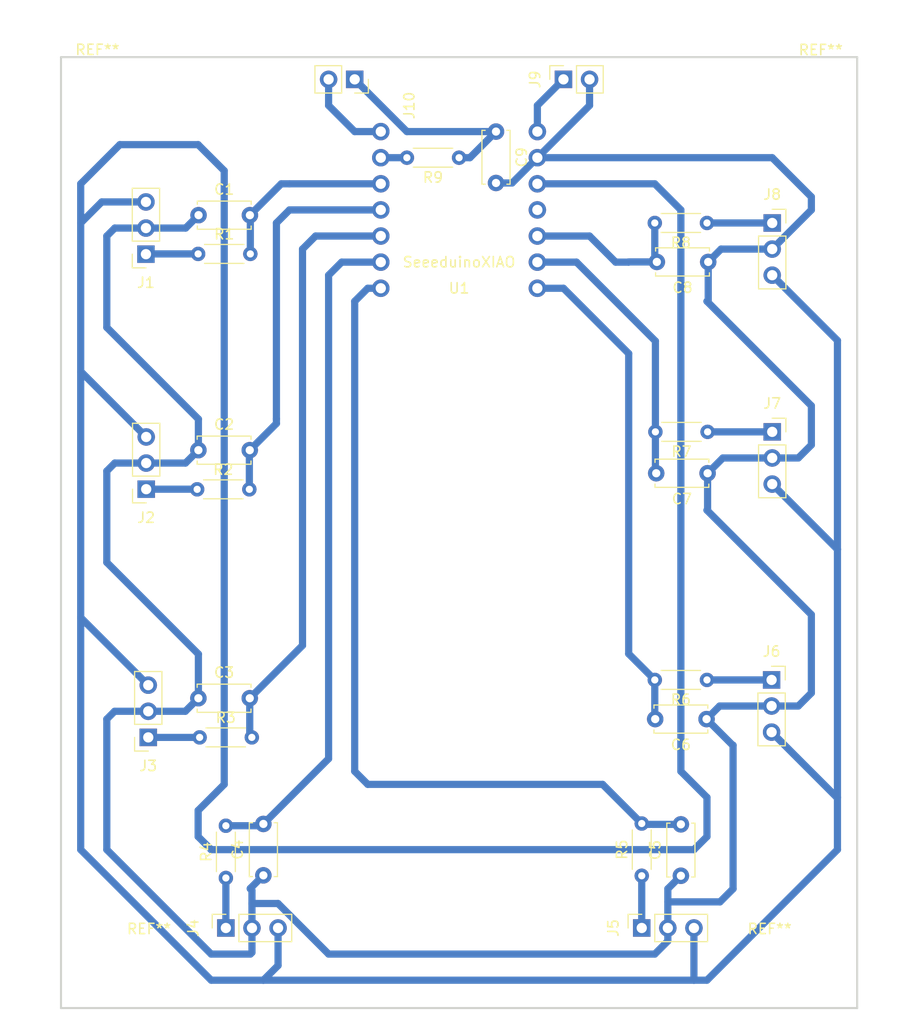
<source format=kicad_pcb>
(kicad_pcb (version 20211014) (generator pcbnew)
  (layers (0 "F.Cu" signal) (31 "B.Cu" signal) (34 "B.Paste" user) (35 "F.Paste" user) (36 "B.SilkS" user "B.Silkscreen") (37 "F.SilkS" user "F.Silkscreen") (38 "B.Mask" user) (39 "F.Mask" user) (44 "Edge.Cuts" user))
  (net 0 "")
  (net 1 "GND")
  (net 2 "IR1")
  (net 3 "IR2")
  (net 4 "IR3")
  (net 5 "IR4")
  (net 6 "IR5")
  (net 7 "IR6")
  (net 8 "IR7")
  (net 9 "IR8")
  (net 10 "OUT2")
  (net 11 "Net-(J1-Pad1)")
  (net 12 "+3.3V")
  (net 13 "Net-(J2-Pad1)")
  (net 14 "Net-(J3-Pad1)")
  (net 15 "Net-(J4-Pad1)")
  (net 16 "Net-(J5-Pad1)")
  (net 17 "Net-(J6-Pad1)")
  (net 18 "Net-(J7-Pad1)")
  (net 19 "Net-(J8-Pad1)")
  (net 20 "+5V")
  (net 21 "OUT1")
  (net 22 "Net-(R9-Pad2)")
  (footprint "Resistor_THT:R_Axial_DIN0204_L3.6mm_D1.6mm_P5.08mm_Horizontal" (layer "F.Cu") (at 101.745 112.27)
    (fp_text reference "R3" (at 2.54 -1.92) (layer "F.SilkS"))
    (fp_text value "100k")
    (fp_line (start 0.62 -0.92) (end 4.46 -0.92) (layer "F.SilkS") (width 0.12))
    (fp_line (start 0.62 0.92) (end 4.46 0.92) (layer "F.SilkS") (width 0.12))
    (pad "1" thru_hole circle (at 0 0) (size 1.4 1.4) (drill 0.7) (layers *.Cu *.Mask) (net 14 "Net-(J3-Pad1)"))
    (pad "2" thru_hole oval (at 5.08 0) (size 1.4 1.4) (drill 0.7) (layers *.Cu *.Mask) (net 4 "IR3"))
  )
  (footprint "MountingHole:MountingHole_3.2mm_M3" (layer "F.Cu") (at 157.231494 135.100002)
    (fp_text reference "REF**" (at 0 -4.2) (layer "F.SilkS"))
    (fp_text value "MountingHole_3.2mm_M3")
    (pad "" np_thru_hole circle (at 0 0) (size 3.2 3.2) (drill 3.2) (layers F&B.Cu *.Mask))
  )
  (footprint "Resistor_THT:R_Axial_DIN0204_L3.6mm_D1.6mm_P5.08mm_Horizontal" (layer "F.Cu") (at 151.13 106.68 180)
    (fp_text reference "R6" (at 2.54 -1.92) (layer "F.SilkS"))
    (fp_text value "100k")
    (fp_line (start 0.62 -0.92) (end 4.46 -0.92) (layer "F.SilkS") (width 0.12))
    (fp_line (start 0.62 0.92) (end 4.46 0.92) (layer "F.SilkS") (width 0.12))
    (pad "1" thru_hole circle (at 0 0 180) (size 1.4 1.4) (drill 0.7) (layers *.Cu *.Mask) (net 17 "Net-(J6-Pad1)"))
    (pad "2" thru_hole oval (at 5.08 0 180) (size 1.4 1.4) (drill 0.7) (layers *.Cu *.Mask) (net 7 "IR6"))
  )
  (footprint "Resistor_THT:R_Axial_DIN0204_L3.6mm_D1.6mm_P5.08mm_Horizontal" (layer "F.Cu") (at 144.78 125.73 90)
    (fp_text reference "R5" (at 2.54 -1.92 90) (layer "F.SilkS"))
    (fp_text value "100k")
    (fp_line (start 0.62 0.92) (end 4.46 0.92) (layer "F.SilkS") (width 0.12))
    (fp_line (start 0.62 -0.92) (end 4.46 -0.92) (layer "F.SilkS") (width 0.12))
    (pad "1" thru_hole circle (at 0 0 90) (size 1.4 1.4) (drill 0.7) (layers *.Cu *.Mask) (net 16 "Net-(J5-Pad1)"))
    (pad "2" thru_hole oval (at 5.08 0 90) (size 1.4 1.4) (drill 0.7) (layers *.Cu *.Mask) (net 6 "IR5"))
  )
  (footprint "Connector_PinSocket_2.54mm:PinSocket_1x03_P2.54mm_Vertical" (layer "F.Cu") (at 157.48 62.23)
    (fp_text reference "J8" (at 0 -2.77) (layer "F.SilkS"))
    (fp_text value "Conn_01x03_Female")
    (fp_line (start -1.33 1.27) (end -1.33 6.41) (layer "F.SilkS") (width 0.12))
    (fp_line (start 0 -1.33) (end 1.33 -1.33) (layer "F.SilkS") (width 0.12))
    (fp_line (start -1.33 6.41) (end 1.33 6.41) (layer "F.SilkS") (width 0.12))
    (fp_line (start 1.33 -1.33) (end 1.33 0) (layer "F.SilkS") (width 0.12))
    (fp_line (start 1.33 1.27) (end 1.33 6.41) (layer "F.SilkS") (width 0.12))
    (fp_line (start -1.33 1.27) (end 1.33 1.27) (layer "F.SilkS") (width 0.12))
    (pad "1" thru_hole rect (at 0 0) (size 1.7 1.7) (drill 1) (layers *.Cu *.Mask) (net 19 "Net-(J8-Pad1)"))
    (pad "2" thru_hole oval (at 0 2.54) (size 1.7 1.7) (drill 1) (layers *.Cu *.Mask) (net 1 "GND"))
    (pad "3" thru_hole oval (at 0 5.08) (size 1.7 1.7) (drill 1) (layers *.Cu *.Mask) (net 12 "+3.3V"))
  )
  (footprint "Resistor_THT:R_Axial_DIN0204_L3.6mm_D1.6mm_P5.08mm_Horizontal" (layer "F.Cu") (at 151.13 62.23 180)
    (fp_text reference "R8" (at 2.54 -1.92) (layer "F.SilkS"))
    (fp_text value "100k")
    (fp_line (start 0.62 0.92) (end 4.46 0.92) (layer "F.SilkS") (width 0.12))
    (fp_line (start 0.62 -0.92) (end 4.46 -0.92) (layer "F.SilkS") (width 0.12))
    (pad "1" thru_hole circle (at 0 0 180) (size 1.4 1.4) (drill 0.7) (layers *.Cu *.Mask) (net 19 "Net-(J8-Pad1)"))
    (pad "2" thru_hole oval (at 5.08 0 180) (size 1.4 1.4) (drill 0.7) (layers *.Cu *.Mask) (net 9 "IR8"))
  )
  (footprint "Capacitor_THT:C_Disc_D5.0mm_W2.5mm_P5.00mm" (layer "F.Cu") (at 151.19 86.575 180)
    (fp_text reference "C7" (at 2.5 -2.5) (layer "F.SilkS"))
    (fp_text value "C")
    (fp_line (start -0.12 -1.37) (end 5.12 -1.37) (layer "F.SilkS") (width 0.12))
    (fp_line (start 5.12 1.055) (end 5.12 1.37) (layer "F.SilkS") (width 0.12))
    (fp_line (start 5.12 -1.37) (end 5.12 -1.055) (layer "F.SilkS") (width 0.12))
    (fp_line (start -0.12 1.055) (end -0.12 1.37) (layer "F.SilkS") (width 0.12))
    (fp_line (start -0.12 1.37) (end 5.12 1.37) (layer "F.SilkS") (width 0.12))
    (fp_line (start -0.12 -1.37) (end -0.12 -1.055) (layer "F.SilkS") (width 0.12))
    (pad "1" thru_hole circle (at 0 0 180) (size 1.6 1.6) (drill 0.8) (layers *.Cu *.Mask) (net 1 "GND"))
    (pad "2" thru_hole circle (at 5 0 180) (size 1.6 1.6) (drill 0.8) (layers *.Cu *.Mask) (net 8 "IR7"))
  )
  (footprint "Resistor_THT:R_Axial_DIN0204_L3.6mm_D1.6mm_P5.08mm_Horizontal" (layer "F.Cu") (at 104.3 125.945 90)
    (fp_text reference "R4" (at 2.54 -1.92 90) (layer "F.SilkS"))
    (fp_text value "100k")
    (fp_line (start 0.62 0.92) (end 4.46 0.92) (layer "F.SilkS") (width 0.12))
    (fp_line (start 0.62 -0.92) (end 4.46 -0.92) (layer "F.SilkS") (width 0.12))
    (pad "1" thru_hole circle (at 0 0 90) (size 1.4 1.4) (drill 0.7) (layers *.Cu *.Mask) (net 15 "Net-(J4-Pad1)"))
    (pad "2" thru_hole oval (at 5.08 0 90) (size 1.4 1.4) (drill 0.7) (layers *.Cu *.Mask) (net 5 "IR4"))
  )
  (footprint "Capacitor_THT:C_Disc_D5.0mm_W2.5mm_P5.00mm" (layer "F.Cu") (at 101.625 108.46)
    (fp_text reference "C3" (at 2.5 -2.5) (layer "F.SilkS"))
    (fp_text value "C")
    (fp_line (start 5.12 -1.37) (end 5.12 -1.055) (layer "F.SilkS") (width 0.12))
    (fp_line (start -0.12 -1.37) (end -0.12 -1.055) (layer "F.SilkS") (width 0.12))
    (fp_line (start 5.12 1.055) (end 5.12 1.37) (layer "F.SilkS") (width 0.12))
    (fp_line (start -0.12 -1.37) (end 5.12 -1.37) (layer "F.SilkS") (width 0.12))
    (fp_line (start -0.12 1.37) (end 5.12 1.37) (layer "F.SilkS") (width 0.12))
    (fp_line (start -0.12 1.055) (end -0.12 1.37) (layer "F.SilkS") (width 0.12))
    (pad "1" thru_hole circle (at 0 0) (size 1.6 1.6) (drill 0.8) (layers *.Cu *.Mask) (net 1 "GND"))
    (pad "2" thru_hole circle (at 5 0) (size 1.6 1.6) (drill 0.8) (layers *.Cu *.Mask) (net 4 "IR3"))
  )
  (footprint "Capacitor_THT:C_Disc_D5.0mm_W2.5mm_P5.00mm" (layer "F.Cu") (at 130.595 53.34 -90)
    (fp_text reference "C9" (at 2.5 -2.5 90) (layer "F.SilkS"))
    (fp_text value "C")
    (fp_line (start -0.12 1.37) (end 5.12 1.37) (layer "F.SilkS") (width 0.12))
    (fp_line (start -0.12 -1.37) (end 5.12 -1.37) (layer "F.SilkS") (width 0.12))
    (fp_line (start -0.12 -1.37) (end -0.12 -1.055) (layer "F.SilkS") (width 0.12))
    (fp_line (start 5.12 -1.37) (end 5.12 -1.055) (layer "F.SilkS") (width 0.12))
    (fp_line (start -0.12 1.055) (end -0.12 1.37) (layer "F.SilkS") (width 0.12))
    (fp_line (start 5.12 1.055) (end 5.12 1.37) (layer "F.SilkS") (width 0.12))
    (pad "1" thru_hole circle (at 0 0 270) (size 1.6 1.6) (drill 0.8) (layers *.Cu *.Mask) (net 10 "OUT2"))
    (pad "2" thru_hole circle (at 5 0 270) (size 1.6 1.6) (drill 0.8) (layers *.Cu *.Mask) (net 1 "GND"))
  )
  (footprint "Resistor_THT:R_Axial_DIN0204_L3.6mm_D1.6mm_P5.08mm_Horizontal" (layer "F.Cu") (at 101.505 88.14)
    (fp_text reference "R2" (at 2.54 -1.92) (layer "F.SilkS"))
    (fp_text value "100k")
    (fp_line (start 0.62 0.92) (end 4.46 0.92) (layer "F.SilkS") (width 0.12))
    (fp_line (start 0.62 -0.92) (end 4.46 -0.92) (layer "F.SilkS") (width 0.12))
    (pad "1" thru_hole circle (at 0 0) (size 1.4 1.4) (drill 0.7) (layers *.Cu *.Mask) (net 13 "Net-(J2-Pad1)"))
    (pad "2" thru_hole oval (at 5.08 0) (size 1.4 1.4) (drill 0.7) (layers *.Cu *.Mask) (net 3 "IR2"))
  )
  (footprint "Capacitor_THT:C_Disc_D5.0mm_W2.5mm_P5.00mm" (layer "F.Cu") (at 151.25 66.02 180)
    (fp_text reference "C8" (at 2.5 -2.5) (layer "F.SilkS"))
    (fp_text value "C")
    (fp_line (start -0.12 -1.37) (end 5.12 -1.37) (layer "F.SilkS") (width 0.12))
    (fp_line (start -0.12 -1.37) (end -0.12 -1.055) (layer "F.SilkS") (width 0.12))
    (fp_line (start -0.12 1.37) (end 5.12 1.37) (layer "F.SilkS") (width 0.12))
    (fp_line (start -0.12 1.055) (end -0.12 1.37) (layer "F.SilkS") (width 0.12))
    (fp_line (start 5.12 -1.37) (end 5.12 -1.055) (layer "F.SilkS") (width 0.12))
    (fp_line (start 5.12 1.055) (end 5.12 1.37) (layer "F.SilkS") (width 0.12))
    (pad "1" thru_hole circle (at 0 0 180) (size 1.6 1.6) (drill 0.8) (layers *.Cu *.Mask) (net 1 "GND"))
    (pad "2" thru_hole circle (at 5 0 180) (size 1.6 1.6) (drill 0.8) (layers *.Cu *.Mask) (net 9 "IR8"))
  )
  (footprint "MountingHole:MountingHole_3.2mm_M3" (layer "F.Cu") (at 162.205882 49.600001)
    (fp_text reference "REF**" (at 0 -4.2) (layer "F.SilkS"))
    (fp_text value "MountingHole_3.2mm_M3")
    (pad "" np_thru_hole circle (at 0 0) (size 3.2 3.2) (drill 3.2) (layers F&B.Cu *.Mask))
  )
  (footprint "Capacitor_THT:C_Disc_D5.0mm_W2.5mm_P5.00mm" (layer "F.Cu") (at 151.09 110.49 180)
    (fp_text reference "C6" (at 2.5 -2.5) (layer "F.SilkS"))
    (fp_text value "C")
    (fp_line (start -0.12 -1.37) (end 5.12 -1.37) (layer "F.SilkS") (width 0.12))
    (fp_line (start -0.12 1.055) (end -0.12 1.37) (layer "F.SilkS") (width 0.12))
    (fp_line (start -0.12 1.37) (end 5.12 1.37) (layer "F.SilkS") (width 0.12))
    (fp_line (start -0.12 -1.37) (end -0.12 -1.055) (layer "F.SilkS") (width 0.12))
    (fp_line (start 5.12 1.055) (end 5.12 1.37) (layer "F.SilkS") (width 0.12))
    (fp_line (start 5.12 -1.37) (end 5.12 -1.055) (layer "F.SilkS") (width 0.12))
    (pad "1" thru_hole circle (at 0 0 180) (size 1.6 1.6) (drill 0.8) (layers *.Cu *.Mask) (net 1 "GND"))
    (pad "2" thru_hole circle (at 5 0 180) (size 1.6 1.6) (drill 0.8) (layers *.Cu *.Mask) (net 7 "IR6"))
  )
  (footprint "Connector_PinSocket_2.54mm:PinSocket_1x03_P2.54mm_Vertical" (layer "F.Cu") (at 96.745 112.27 180)
    (fp_text reference "J3" (at 0 -2.77) (layer "F.SilkS"))
    (fp_text value "Conn_01x03_Female")
    (fp_line (start -1.33 1.27) (end -1.33 6.41) (layer "F.SilkS") (width 0.12))
    (fp_line (start -1.33 6.41) (end 1.33 6.41) (layer "F.SilkS") (width 0.12))
    (fp_line (start 1.33 1.27) (end 1.33 6.41) (layer "F.SilkS") (width 0.12))
    (fp_line (start 1.33 -1.33) (end 1.33 0) (layer "F.SilkS") (width 0.12))
    (fp_line (start -1.33 1.27) (end 1.33 1.27) (layer "F.SilkS") (width 0.12))
    (fp_line (start 0 -1.33) (end 1.33 -1.33) (layer "F.SilkS") (width 0.12))
    (pad "1" thru_hole rect (at 0 0 180) (size 1.7 1.7) (drill 1) (layers *.Cu *.Mask) (net 14 "Net-(J3-Pad1)"))
    (pad "2" thru_hole oval (at 0 2.54 180) (size 1.7 1.7) (drill 1) (layers *.Cu *.Mask) (net 1 "GND"))
    (pad "3" thru_hole oval (at 0 5.08 180) (size 1.7 1.7) (drill 1) (layers *.Cu *.Mask) (net 12 "+3.3V"))
  )
  (footprint "Connector_PinSocket_2.54mm:PinSocket_1x03_P2.54mm_Vertical" (layer "F.Cu") (at 96.52 65.265 180)
    (fp_text reference "J1" (at 0 -2.77) (layer "F.SilkS"))
    (fp_text value "Conn_01x03_Female")
    (fp_line (start -1.33 1.27) (end 1.33 1.27) (layer "F.SilkS") (width 0.12))
    (fp_line (start 1.33 -1.33) (end 1.33 0) (layer "F.SilkS") (width 0.12))
    (fp_line (start -1.33 1.27) (end -1.33 6.41) (layer "F.SilkS") (width 0.12))
    (fp_line (start 1.33 1.27) (end 1.33 6.41) (layer "F.SilkS") (width 0.12))
    (fp_line (start -1.33 6.41) (end 1.33 6.41) (layer "F.SilkS") (width 0.12))
    (fp_line (start 0 -1.33) (end 1.33 -1.33) (layer "F.SilkS") (width 0.12))
    (pad "1" thru_hole rect (at 0 0 180) (size 1.7 1.7) (drill 1) (layers *.Cu *.Mask) (net 11 "Net-(J1-Pad1)"))
    (pad "2" thru_hole oval (at 0 2.54 180) (size 1.7 1.7) (drill 1) (layers *.Cu *.Mask) (net 1 "GND"))
    (pad "3" thru_hole oval (at 0 5.08 180) (size 1.7 1.7) (drill 1) (layers *.Cu *.Mask) (net 12 "+3.3V"))
  )
  (footprint "Connector_PinSocket_2.54mm:PinSocket_1x03_P2.54mm_Vertical" (layer "F.Cu") (at 157.48 82.55)
    (fp_text reference "J7" (at 0 -2.77) (layer "F.SilkS"))
    (fp_text value "Conn_01x03_Female")
    (fp_line (start 1.33 1.27) (end 1.33 6.41) (layer "F.SilkS") (width 0.12))
    (fp_line (start -1.33 6.41) (end 1.33 6.41) (layer "F.SilkS") (width 0.12))
    (fp_line (start 0 -1.33) (end 1.33 -1.33) (layer "F.SilkS") (width 0.12))
    (fp_line (start -1.33 1.27) (end -1.33 6.41) (layer "F.SilkS") (width 0.12))
    (fp_line (start -1.33 1.27) (end 1.33 1.27) (layer "F.SilkS") (width 0.12))
    (fp_line (start 1.33 -1.33) (end 1.33 0) (layer "F.SilkS") (width 0.12))
    (pad "1" thru_hole rect (at 0 0) (size 1.7 1.7) (drill 1) (layers *.Cu *.Mask) (net 18 "Net-(J7-Pad1)"))
    (pad "2" thru_hole oval (at 0 2.54) (size 1.7 1.7) (drill 1) (layers *.Cu *.Mask) (net 1 "GND"))
    (pad "3" thru_hole oval (at 0 5.08) (size 1.7 1.7) (drill 1) (layers *.Cu *.Mask) (net 12 "+3.3V"))
  )
  (footprint "KiCad_Library:seeeduinoXIAO" (layer "F.Cu") (at 127 60.96 180)
    (fp_text reference "U1" (at 0 -7.62) (layer "F.SilkS"))
    (fp_text value "SeeeduinoXIAO" (at 0 -5.08) (layer "F.SilkS"))
    (pad "1" thru_hole circle (at 7.62 7.62 180) (size 1.7 1.7) (drill 1) (layers *.Cu *.Mask) (net 21 "OUT1"))
    (pad "2" thru_hole circle (at 7.62 5.08 180) (size 1.7 1.7) (drill 1) (layers *.Cu *.Mask) (net 22 "Net-(R9-Pad2)"))
    (pad "3" thru_hole circle (at 7.62 2.54 180) (size 1.7 1.7) (drill 1) (layers *.Cu *.Mask) (net 2 "IR1"))
    (pad "4" thru_hole circle (at 7.62 0 180) (size 1.7 1.7) (drill 1) (layers *.Cu *.Mask) (net 3 "IR2"))
    (pad "5" thru_hole circle (at 7.62 -2.54 180) (size 1.7 1.7) (drill 1) (layers *.Cu *.Mask) (net 4 "IR3"))
    (pad "6" thru_hole circle (at 7.62 -5.08 180) (size 1.7 1.7) (drill 1) (layers *.Cu *.Mask) (net 5 "IR4"))
    (pad "7" thru_hole circle (at 7.62 -7.62 180) (size 1.7 1.7) (drill 1) (layers *.Cu *.Mask) (net 6 "IR5"))
    (pad "8" thru_hole circle (at -7.62 -7.62 180) (size 1.7 1.7) (drill 1) (layers *.Cu *.Mask) (net 7 "IR6"))
    (pad "9" thru_hole circle (at -7.62 -5.08 180) (size 1.7 1.7) (drill 1) (layers *.Cu *.Mask) (net 8 "IR7"))
    (pad "10" thru_hole circle (at -7.62 -2.54 180) (size 1.7 1.7) (drill 1) (layers *.Cu *.Mask) (net 9 "IR8"))
    (pad "11" thru_hole circle (at -7.62 0 180) (size 1.7 1.7) (drill 1) (layers *.Cu *.Mask))
    (pad "12" thru_hole circle (at -7.62 2.54 180) (size 1.7 1.7) (drill 1) (layers *.Cu *.Mask) (net 12 "+3.3V"))
    (pad "13" thru_hole circle (at -7.62 5.08 180) (size 1.7 1.7) (drill 1) (layers *.Cu *.Mask) (net 1 "GND"))
    (pad "14" thru_hole circle (at -7.62 7.62 180) (size 1.7 1.7) (drill 1) (layers *.Cu *.Mask) (net 20 "+5V"))
  )
  (footprint "Connector_PinSocket_2.54mm:PinSocket_1x02_P2.54mm_Vertical" (layer "F.Cu") (at 137.16 48.26 90)
    (fp_text reference "J9" (at 0 -2.77 90) (layer "F.SilkS"))
    (fp_text value "Conn_01x02_Female")
    (fp_line (start 1.33 1.27) (end 1.33 3.87) (layer "F.SilkS") (width 0.12))
    (fp_line (start -1.33 3.87) (end 1.33 3.87) (layer "F.SilkS") (width 0.12))
    (fp_line (start 0 -1.33) (end 1.33 -1.33) (layer "F.SilkS") (width 0.12))
    (fp_line (start 1.33 -1.33) (end 1.33 0) (layer "F.SilkS") (width 0.12))
    (fp_line (start -1.33 1.27) (end 1.33 1.27) (layer "F.SilkS") (width 0.12))
    (fp_line (start -1.33 1.27) (end -1.33 3.87) (layer "F.SilkS") (width 0.12))
    (pad "1" thru_hole rect (at 0 0 90) (size 1.7 1.7) (drill 1) (layers *.Cu *.Mask) (net 20 "+5V"))
    (pad "2" thru_hole oval (at 0 2.54 90) (size 1.7 1.7) (drill 1) (layers *.Cu *.Mask) (net 1 "GND"))
  )
  (footprint "Capacitor_THT:C_Disc_D5.0mm_W2.5mm_P5.00mm" (layer "F.Cu") (at 107.95 125.69 90)
    (fp_text reference "C4" (at 2.5 -2.5 90) (layer "F.SilkS"))
    (fp_text value "C")
    (fp_line (start 5.12 1.055) (end 5.12 1.37) (layer "F.SilkS") (width 0.12))
    (fp_line (start -0.12 1.37) (end 5.12 1.37) (layer "F.SilkS") (width 0.12))
    (fp_line (start 5.12 -1.37) (end 5.12 -1.055) (layer "F.SilkS") (width 0.12))
    (fp_line (start -0.12 -1.37) (end -0.12 -1.055) (layer "F.SilkS") (width 0.12))
    (fp_line (start -0.12 1.055) (end -0.12 1.37) (layer "F.SilkS") (width 0.12))
    (fp_line (start -0.12 -1.37) (end 5.12 -1.37) (layer "F.SilkS") (width 0.12))
    (pad "1" thru_hole circle (at 0 0 90) (size 1.6 1.6) (drill 0.8) (layers *.Cu *.Mask) (net 1 "GND"))
    (pad "2" thru_hole circle (at 5 0 90) (size 1.6 1.6) (drill 0.8) (layers *.Cu *.Mask) (net 5 "IR4"))
  )
  (footprint "MountingHole:MountingHole_3.2mm_M3" (layer "F.Cu") (at 91.7956 49.5808)
    (fp_text reference "REF**" (at 0 -4.2) (layer "F.SilkS"))
    (fp_text value "MountingHole_3.2mm_M3")
    (pad "" np_thru_hole circle (at 0 0) (size 3.2 3.2) (drill 3.2) (layers *.Cu *.Mask))
  )
  (footprint "Resistor_THT:R_Axial_DIN0204_L3.6mm_D1.6mm_P5.08mm_Horizontal" (layer "F.Cu") (at 101.6 65.24)
    (fp_text reference "R1" (at 2.54 -1.92) (layer "F.SilkS"))
    (fp_text value "100k")
    (fp_line (start 0.62 -0.92) (end 4.46 -0.92) (layer "F.SilkS") (width 0.12))
    (fp_line (start 0.62 0.92) (end 4.46 0.92) (layer "F.SilkS") (width 0.12))
    (pad "1" thru_hole circle (at 0 0) (size 1.4 1.4) (drill 0.7) (layers *.Cu *.Mask) (net 11 "Net-(J1-Pad1)"))
    (pad "2" thru_hole oval (at 5.08 0) (size 1.4 1.4) (drill 0.7) (layers *.Cu *.Mask) (net 2 "IR1"))
  )
  (footprint "Connector_PinSocket_2.54mm:PinSocket_1x03_P2.54mm_Vertical" (layer "F.Cu") (at 96.545 88.125 180)
    (fp_text reference "J2" (at 0 -2.77) (layer "F.SilkS"))
    (fp_text value "Conn_01x03_Female")
    (fp_line (start -1.33 6.41) (end 1.33 6.41) (layer "F.SilkS") (width 0.12))
    (fp_line (start 1.33 1.27) (end 1.33 6.41) (layer "F.SilkS") (width 0.12))
    (fp_line (start 1.33 -1.33) (end 1.33 0) (layer "F.SilkS") (width 0.12))
    (fp_line (start -1.33 1.27) (end -1.33 6.41) (layer "F.SilkS") (width 0.12))
    (fp_line (start 0 -1.33) (end 1.33 -1.33) (layer "F.SilkS") (width 0.12))
    (fp_line (start -1.33 1.27) (end 1.33 1.27) (layer "F.SilkS") (width 0.12))
    (pad "1" thru_hole rect (at 0 0 180) (size 1.7 1.7) (drill 1) (layers *.Cu *.Mask) (net 13 "Net-(J2-Pad1)"))
    (pad "2" thru_hole oval (at 0 2.54 180) (size 1.7 1.7) (drill 1) (layers *.Cu *.Mask) (net 1 "GND"))
    (pad "3" thru_hole oval (at 0 5.08 180) (size 1.7 1.7) (drill 1) (layers *.Cu *.Mask) (net 12 "+3.3V"))
  )
  (footprint "Connector_PinSocket_2.54mm:PinSocket_1x03_P2.54mm_Vertical" (layer "F.Cu") (at 157.42 106.68)
    (fp_text reference "J6" (at 0 -2.77) (layer "F.SilkS"))
    (fp_text value "Conn_01x03_Female")
    (fp_line (start -1.33 1.27) (end -1.33 6.41) (layer "F.SilkS") (width 0.12))
    (fp_line (start -1.33 1.27) (end 1.33 1.27) (layer "F.SilkS") (width 0.12))
    (fp_line (start 0 -1.33) (end 1.33 -1.33) (layer "F.SilkS") (width 0.12))
    (fp_line (start 1.33 -1.33) (end 1.33 0) (layer "F.SilkS") (width 0.12))
    (fp_line (start 1.33 1.27) (end 1.33 6.41) (layer "F.SilkS") (width 0.12))
    (fp_line (start -1.33 6.41) (end 1.33 6.41) (layer "F.SilkS") (width 0.12))
    (pad "1" thru_hole rect (at 0 0) (size 1.7 1.7) (drill 1) (layers *.Cu *.Mask) (net 17 "Net-(J6-Pad1)"))
    (pad "2" thru_hole oval (at 0 2.54) (size 1.7 1.7) (drill 1) (layers *.Cu *.Mask) (net 1 "GND"))
    (pad "3" thru_hole oval (at 0 5.08) (size 1.7 1.7) (drill 1) (layers *.Cu *.Mask) (net 12 "+3.3V"))
  )
  (footprint "Connector_PinSocket_2.54mm:PinSocket_1x02_P2.54mm_Vertical" (layer "F.Cu") (at 116.84 48.26 -90)
    (fp_text reference "J10" (at 2.54 -5.31 90) (layer "F.SilkS"))
    (fp_text value "Conn_01x02_Female")
    (fp_line (start 1.33 1.27) (end 1.33 3.87) (layer "F.SilkS") (width 0.12))
    (fp_line (start 0 -1.33) (end 1.33 -1.33) (layer "F.SilkS") (width 0.12))
    (fp_line (start -1.33 3.87) (end 1.33 3.87) (layer "F.SilkS") (width 0.12))
    (fp_line (start -1.33 1.27) (end 1.33 1.27) (layer "F.SilkS") (width 0.12))
    (fp_line (start -1.33 1.27) (end -1.33 3.87) (layer "F.SilkS") (width 0.12))
    (fp_line (start 1.33 -1.33) (end 1.33 0) (layer "F.SilkS") (width 0.12))
    (pad "1" thru_hole rect (at 0 0 270) (size 1.7 1.7) (drill 1) (layers *.Cu *.Mask) (net 10 "OUT2"))
    (pad "2" thru_hole oval (at 0 2.54 270) (size 1.7 1.7) (drill 1) (layers *.Cu *.Mask) (net 21 "OUT1"))
  )
  (footprint "Capacitor_THT:C_Disc_D5.0mm_W2.5mm_P5.00mm" (layer "F.Cu") (at 101.64 61.47)
    (fp_text reference "C1" (at 2.5 -2.5) (layer "F.SilkS"))
    (fp_text value "C")
    (fp_line (start -0.12 -1.37) (end 5.12 -1.37) (layer "F.SilkS") (width 0.12))
    (fp_line (start 5.12 1.055) (end 5.12 1.37) (layer "F.SilkS") (width 0.12))
    (fp_line (start -0.12 1.055) (end -0.12 1.37) (layer "F.SilkS") (width 0.12))
    (fp_line (start -0.12 -1.37) (end -0.12 -1.055) (layer "F.SilkS") (width 0.12))
    (fp_line (start 5.12 -1.37) (end 5.12 -1.055) (layer "F.SilkS") (width 0.12))
    (fp_line (start -0.12 1.37) (end 5.12 1.37) (layer "F.SilkS") (width 0.12))
    (pad "1" thru_hole circle (at 0 0) (size 1.6 1.6) (drill 0.8) (layers *.Cu *.Mask) (net 1 "GND"))
    (pad "2" thru_hole circle (at 5 0) (size 1.6 1.6) (drill 0.8) (layers *.Cu *.Mask) (net 2 "IR1"))
  )
  (footprint "Connector_PinSocket_2.54mm:PinSocket_1x03_P2.54mm_Vertical" (layer "F.Cu") (at 144.78 130.81 90)
    (fp_text reference "J5" (at 0 -2.77 90) (layer "F.SilkS"))
    (fp_text value "Conn_01x03_Female")
    (fp_line (start -1.33 1.27) (end 1.33 1.27) (layer "F.SilkS") (width 0.12))
    (fp_line (start 0 -1.33) (end 1.33 -1.33) (layer "F.SilkS") (width 0.12))
    (fp_line (start 1.33 1.27) (end 1.33 6.41) (layer "F.SilkS") (width 0.12))
    (fp_line (start -1.33 1.27) (end -1.33 6.41) (layer "F.SilkS") (width 0.12))
    (fp_line (start 1.33 -1.33) (end 1.33 0) (layer "F.SilkS") (width 0.12))
    (fp_line (start -1.33 6.41) (end 1.33 6.41) (layer "F.SilkS") (width 0.12))
    (pad "1" thru_hole rect (at 0 0 90) (size 1.7 1.7) (drill 1) (layers *.Cu *.Mask) (net 16 "Net-(J5-Pad1)"))
    (pad "2" thru_hole oval (at 0 2.54 90) (size 1.7 1.7) (drill 1) (layers *.Cu *.Mask) (net 1 "GND"))
    (pad "3" thru_hole oval (at 0 5.08 90) (size 1.7 1.7) (drill 1) (layers *.Cu *.Mask) (net 12 "+3.3V"))
  )
  (footprint "Capacitor_THT:C_Disc_D5.0mm_W2.5mm_P5.00mm" (layer "F.Cu") (at 101.625 84.33)
    (fp_text reference "C2" (at 2.5 -2.5) (layer "F.SilkS"))
    (fp_text value "C")
    (fp_line (start 5.12 -1.37) (end 5.12 -1.055) (layer "F.SilkS") (width 0.12))
    (fp_line (start 5.12 1.055) (end 5.12 1.37) (layer "F.SilkS") (width 0.12))
    (fp_line (start -0.12 -1.37) (end -0.12 -1.055) (layer "F.SilkS") (width 0.12))
    (fp_line (start -0.12 1.055) (end -0.12 1.37) (layer "F.SilkS") (width 0.12))
    (fp_line (start -0.12 1.37) (end 5.12 1.37) (layer "F.SilkS") (width 0.12))
    (fp_line (start -0.12 -1.37) (end 5.12 -1.37) (layer "F.SilkS") (width 0.12))
    (pad "1" thru_hole circle (at 0 0) (size 1.6 1.6) (drill 0.8) (layers *.Cu *.Mask) (net 1 "GND"))
    (pad "2" thru_hole circle (at 5 0) (size 1.6 1.6) (drill 0.8) (layers *.Cu *.Mask) (net 3 "IR2"))
  )
  (footprint "Capacitor_THT:C_Disc_D5.0mm_W2.5mm_P5.00mm" (layer "F.Cu") (at 148.59 125.73 90)
    (fp_text reference "C5" (at 2.5 -2.5 90) (layer "F.SilkS"))
    (fp_text value "C")
    (fp_line (start -0.12 1.37) (end 5.12 1.37) (layer "F.SilkS") (width 0.12))
    (fp_line (start 5.12 1.055) (end 5.12 1.37) (layer "F.SilkS") (width 0.12))
    (fp_line (start -0.12 1.055) (end -0.12 1.37) (layer "F.SilkS") (width 0.12))
    (fp_line (start 5.12 -1.37) (end 5.12 -1.055) (layer "F.SilkS") (width 0.12))
    (fp_line (start -0.12 -1.37) (end 5.12 -1.37) (layer "F.SilkS") (width 0.12))
    (fp_line (start -0.12 -1.37) (end -0.12 -1.055) (layer "F.SilkS") (width 0.12))
    (pad "1" thru_hole circle (at 0 0 90) (size 1.6 1.6) (drill 0.8) (layers *.Cu *.Mask) (net 1 "GND"))
    (pad "2" thru_hole circle (at 5 0 90) (size 1.6 1.6) (drill 0.8) (layers *.Cu *.Mask) (net 6 "IR5"))
  )
  (footprint "Resistor_THT:R_Axial_DIN0204_L3.6mm_D1.6mm_P5.08mm_Horizontal" (layer "F.Cu") (at 151.19 82.55 180)
    (fp_text reference "R7" (at 2.54 -1.92) (layer "F.SilkS"))
    (fp_text value "100k")
    (fp_line (start 0.62 0.92) (end 4.46 0.92) (layer "F.SilkS") (width 0.12))
    (fp_line (start 0.62 -0.92) (end 4.46 -0.92) (layer "F.SilkS") (width 0.12))
    (pad "1" thru_hole circle (at 0 0 180) (size 1.4 1.4) (drill 0.7) (layers *.Cu *.Mask) (net 18 "Net-(J7-Pad1)"))
    (pad "2" thru_hole oval (at 5.08 0 180) (size 1.4 1.4) (drill 0.7) (layers *.Cu *.Mask) (net 8 "IR7"))
  )
  (footprint "MountingHole:MountingHole_3.2mm_M3" (layer "F.Cu") (at 96.82353 135.100002)
    (fp_text reference "REF**" (at 0 -4.2) (layer "F.SilkS"))
    (fp_text value "MountingHole_3.2mm_M3")
    (pad "" np_thru_hole circle (at 0 0) (size 3.2 3.2) (drill 3.2) (layers F&B.Cu *.Mask))
  )
  (footprint "Resistor_THT:R_Axial_DIN0204_L3.6mm_D1.6mm_P5.08mm_Horizontal" (layer "F.Cu") (at 127 55.88 180)
    (fp_text reference "R9" (at 2.54 -1.92) (layer "F.SilkS"))
    (fp_text value "22k")
    (fp_line (start 0.62 0.92) (end 4.46 0.92) (layer "F.SilkS") (width 0.12))
    (fp_line (start 0.62 -0.92) (end 4.46 -0.92) (layer "F.SilkS") (width 0.12))
    (pad "1" thru_hole circle (at 0 0 180) (size 1.4 1.4) (drill 0.7) (layers *.Cu *.Mask) (net 10 "OUT2"))
    (pad "2" thru_hole oval (at 5.08 0 180) (size 1.4 1.4) (drill 0.7) (layers *.Cu *.Mask) (net 22 "Net-(R9-Pad2)"))
  )
  (footprint "Connector_PinSocket_2.54mm:PinSocket_1x03_P2.54mm_Vertical" (layer "F.Cu") (at 104.3 130.81 90)
    (fp_text reference "J4" (at 0 -3.1775 270) (layer "F.SilkS"))
    (fp_text value "Conn_01x03_Female")
    (fp_line (start -1.33 1.27) (end 1.33 1.27) (layer "F.SilkS") (width 0.12))
    (fp_line (start -1.33 1.27) (end -1.33 6.41) (layer "F.SilkS") (width 0.12))
    (fp_line (start 1.33 -1.33) (end 1.33 0) (layer "F.SilkS") (width 0.12))
    (fp_line (start 1.33 1.27) (end 1.33 6.41) (layer "F.SilkS") (width 0.12))
    (fp_line (start -1.33 6.41) (end 1.33 6.41) (layer "F.SilkS") (width 0.12))
    (fp_line (start 0 -1.33) (end 1.33 -1.33) (layer "F.SilkS") (width 0.12))
    (pad "1" thru_hole rect (at 0 0 90) (size 1.7 1.7) (drill 1) (layers *.Cu *.Mask) (net 15 "Net-(J4-Pad1)"))
    (pad "2" thru_hole oval (at 0 2.54 90) (size 1.7 1.7) (drill 1) (layers *.Cu *.Mask) (net 1 "GND"))
    (pad "3" thru_hole oval (at 0 5.08 90) (size 1.7 1.7) (drill 1) (layers *.Cu *.Mask) (net 12 "+3.3V"))
  )
  (gr_line (start 88.25 46.1) (end 88.25 138.6) (layer "Edge.Cuts") (width 0.2))
  (gr_line (start 88.25 46.1) (end 165.749764 46.1) (layer "Edge.Cuts") (width 0.2))
  (gr_line (start 165.749764 138.6) (end 88.25 138.6) (layer "Edge.Cuts") (width 0.2))
  (gr_line (start 165.749764 138.6) (end 165.749764 46.1) (layer "Edge.Cuts") (width 0.2))
  (segment (start 151.09 110.49) (end 152.36 109.22) (width 0.7) (layer "B.Cu") (net 1))
  (segment (start 139.7 50.8) (end 134.62 55.88) (width 0.7) (layer "B.Cu") (net 1))
  (segment (start 161.29 60.96) (end 157.48 64.77) (width 0.7) (layer "B.Cu") (net 1))
  (segment (start 107.95 125.69) (end 106.68 126.96) (width 0.7) (layer "B.Cu") (net 1))
  (segment (start 106.84 133.19) (end 106.84 130.81) (width 0.7) (layer "B.Cu") (net 1))
  (segment (start 153.67 113.03) (end 153.67 127) (width 0.7) (layer "B.Cu") (net 1))
  (segment (start 96.545 85.585) (end 100.37 85.585) (width 0.7) (layer "B.Cu") (net 1))
  (segment (start 106.68 133.35) (end 106.84 133.19) (width 0.7) (layer "B.Cu") (net 1))
  (segment (start 151.19 90.11) (end 151.19 86.575) (width 0.7) (layer "B.Cu") (net 1))
  (segment (start 157.42 109.22) (end 160.02 109.22) (width 0.7) (layer "B.Cu") (net 1))
  (segment (start 101.625 104.165) (end 101.625 108.46) (width 0.7) (layer "B.Cu") (net 1))
  (segment (start 160.02 109.22) (end 161.29 107.95) (width 0.7) (layer "B.Cu") (net 1))
  (segment (start 92.71 123.19) (end 102.87 133.35) (width 0.7) (layer "B.Cu") (net 1))
  (segment (start 151.09 110.49) (end 153.63 113.03) (width 0.7) (layer "B.Cu") (net 1))
  (segment (start 152.4 128.27) (end 147.32 128.27) (width 0.7) (layer "B.Cu") (net 1))
  (segment (start 147.32 127) (end 148.59 125.73) (width 0.7) (layer "B.Cu") (net 1))
  (segment (start 147.32 130.81) (end 147.32 128.27) (width 0.7) (layer "B.Cu") (net 1))
  (segment (start 96.745 109.73) (end 100.355 109.73) (width 0.7) (layer "B.Cu") (net 1))
  (segment (start 102.87 133.35) (end 106.68 133.35) (width 0.7) (layer "B.Cu") (net 1))
  (segment (start 92.71 63.5) (end 92.71 72.39) (width 0.7) (layer "B.Cu") (net 1))
  (segment (start 161.29 83.82) (end 161.29 80.01) (width 0.7) (layer "B.Cu") (net 1))
  (segment (start 100.385 62.725) (end 96.52 62.725) (width 0.7) (layer "B.Cu") (net 1))
  (segment (start 106.68 127) (end 106.84 127.16) (width 0.7) (layer "B.Cu") (net 1))
  (segment (start 146.05 133.35) (end 147.32 132.08) (width 0.7) (layer "B.Cu") (net 1))
  (segment (start 161.29 100.33) (end 151.13 90.17) (width 0.7) (layer "B.Cu") (net 1))
  (segment (start 132.16 58.34) (end 134.62 55.88) (width 0.7) (layer "B.Cu") (net 1))
  (segment (start 152.5 64.77) (end 151.25 66.02) (width 0.7) (layer "B.Cu") (net 1))
  (segment (start 93.485 85.585) (end 92.71 86.36) (width 0.7) (layer "B.Cu") (net 1))
  (segment (start 93.47 109.73) (end 92.71 110.49) (width 0.7) (layer "B.Cu") (net 1))
  (segment (start 96.52 62.725) (end 93.485 62.725) (width 0.7) (layer "B.Cu") (net 1))
  (segment (start 93.485 62.725) (end 92.71 63.5) (width 0.7) (layer "B.Cu") (net 1))
  (segment (start 92.71 110.49) (end 92.71 123.19) (width 0.7) (layer "B.Cu") (net 1))
  (segment (start 139.7 48.26) (end 139.7 50.8) (width 0.7) (layer "B.Cu") (net 1))
  (segment (start 157.48 55.88) (end 161.29 59.69) (width 0.7) (layer "B.Cu") (net 1))
  (segment (start 101.625 81.305) (end 101.625 84.33) (width 0.7) (layer "B.Cu") (net 1))
  (segment (start 92.71 95.25) (end 101.625 104.165) (width 0.7) (layer "B.Cu") (net 1))
  (segment (start 161.29 107.95) (end 161.29 100.33) (width 0.7) (layer "B.Cu") (net 1))
  (segment (start 152.36 109.22) (end 157.42 109.22) (width 0.7) (layer "B.Cu") (net 1))
  (segment (start 134.62 55.88) (end 157.48 55.88) (width 0.7) (layer "B.Cu") (net 1))
  (segment (start 147.32 128.27) (end 147.32 127) (width 0.7) (layer "B.Cu") (net 1))
  (segment (start 147.32 132.08) (end 147.32 130.81) (width 0.7) (layer "B.Cu") (net 1))
  (segment (start 92.71 72.39) (end 101.625 81.305) (width 0.7) (layer "B.Cu") (net 1))
  (segment (start 161.29 80.01) (end 151.13 69.85) (width 0.7) (layer "B.Cu") (net 1))
  (segment (start 160.02 85.09) (end 161.29 83.82) (width 0.7) (layer "B.Cu") (net 1))
  (segment (start 157.48 85.09) (end 160.02 85.09) (width 0.7) (layer "B.Cu") (net 1))
  (segment (start 106.68 126.96) (end 106.68 127) (width 0.7) (layer "B.Cu") (net 1))
  (segment (start 151.19 86.575) (end 152.675 85.09) (width 0.7) (layer "B.Cu") (net 1))
  (segment (start 96.745 109.73) (end 93.47 109.73) (width 0.7) (layer "B.Cu") (net 1))
  (segment (start 153.63 113.03) (end 153.67 113.03) (width 0.7) (layer "B.Cu") (net 1))
  (segment (start 100.37 85.585) (end 101.625 84.33) (width 0.7) (layer "B.Cu") (net 1))
  (segment (start 100.355 109.73) (end 101.625 108.46) (width 0.7) (layer "B.Cu") (net 1))
  (segment (start 151.13 90.17) (end 151.19 90.11) (width 0.7) (layer "B.Cu") (net 1))
  (segment (start 157.48 64.77) (end 152.5 64.77) (width 0.7) (layer "B.Cu") (net 1))
  (segment (start 152.675 85.09) (end 157.48 85.09) (width 0.7) (layer "B.Cu") (net 1))
  (segment (start 106.84 127.16) (end 106.84 130.81) (width 0.7) (layer "B.Cu") (net 1))
  (segment (start 96.545 85.585) (end 93.485 85.585) (width 0.7) (layer "B.Cu") (net 1))
  (segment (start 151.25 69.73) (end 151.25 66.02) (width 0.7) (layer "B.Cu") (net 1))
  (segment (start 106.84 128.43) (end 109.38 128.43) (width 0.7) (layer "B.Cu") (net 1))
  (segment (start 92.71 86.36) (end 92.71 95.25) (width 0.7) (layer "B.Cu") (net 1))
  (segment (start 114.3 133.35) (end 146.05 133.35) (width 0.7) (layer "B.Cu") (net 1))
  (segment (start 109.38 128.43) (end 114.3 133.35) (width 0.7) (layer "B.Cu") (net 1))
  (segment (start 101.64 61.47) (end 100.385 62.725) (width 0.7) (layer "B.Cu") (net 1))
  (segment (start 130.595 58.34) (end 132.16 58.34) (width 0.7) (layer "B.Cu") (net 1))
  (segment (start 161.29 59.69) (end 161.29 60.96) (width 0.7) (layer "B.Cu") (net 1))
  (segment (start 153.67 127) (end 152.4 128.27) (width 0.7) (layer "B.Cu") (net 1))
  (segment (start 151.13 69.85) (end 151.25 69.73) (width 0.7) (layer "B.Cu") (net 1))
  (segment (start 109.69 58.42) (end 110.49 58.42) (width 0.7) (layer "B.Cu") (net 2))
  (segment (start 106.68 65.24) (end 106.68 61.51) (width 0.7) (layer "B.Cu") (net 2))
  (segment (start 106.68 61.51) (end 106.64 61.47) (width 0.7) (layer "B.Cu") (net 2))
  (segment (start 106.64 61.47) (end 109.69 58.42) (width 0.7) (layer "B.Cu") (net 2))
  (segment (start 119.38 58.42) (end 110.49 58.42) (width 0.7) (layer "B.Cu") (net 2))
  (segment (start 109.22 81.735) (end 109.22 81.28) (width 0.7) (layer "B.Cu") (net 3))
  (segment (start 109.22 62.23) (end 109.22 81.28) (width 0.7) (layer "B.Cu") (net 3))
  (segment (start 119.38 60.96) (end 110.49 60.96) (width 0.7) (layer "B.Cu") (net 3))
  (segment (start 106.625 84.33) (end 109.22 81.735) (width 0.7) (layer "B.Cu") (net 3))
  (segment (start 106.585 88.14) (end 106.585 84.37) (width 0.7) (layer "B.Cu") (net 3))
  (segment (start 106.585 84.37) (end 106.625 84.33) (width 0.7) (layer "B.Cu") (net 3))
  (segment (start 110.49 60.96) (end 109.22 62.23) (width 0.7) (layer "B.Cu") (net 3))
  (segment (start 106.625 108.46) (end 106.625 112.07) (width 0.7) (layer "B.Cu") (net 4))
  (segment (start 111.76 64.77) (end 111.76 103.325) (width 0.7) (layer "B.Cu") (net 4))
  (segment (start 119.38 63.5) (end 113.03 63.5) (width 0.7) (layer "B.Cu") (net 4))
  (segment (start 106.625 112.07) (end 106.825 112.27) (width 0.7) (layer "B.Cu") (net 4))
  (segment (start 113.03 63.5) (end 111.76 64.77) (width 0.7) (layer "B.Cu") (net 4))
  (segment (start 111.76 103.325) (end 106.625 108.46) (width 0.7) (layer "B.Cu") (net 4))
  (segment (start 114.3 114.34) (end 114.3 67.31) (width 0.7) (layer "B.Cu") (net 5))
  (segment (start 115.57 66.04) (end 119.38 66.04) (width 0.7) (layer "B.Cu") (net 5))
  (segment (start 107.95 120.69) (end 114.3 114.34) (width 0.7) (layer "B.Cu") (net 5))
  (segment (start 107.775 120.865) (end 107.95 120.69) (width 0.7) (layer "B.Cu") (net 5))
  (segment (start 114.3 67.31) (end 115.57 66.04) (width 0.7) (layer "B.Cu") (net 5))
  (segment (start 104.3 120.865) (end 107.775 120.865) (width 0.7) (layer "B.Cu") (net 5))
  (segment (start 140.97 116.84) (end 144.78 120.65) (width 0.7) (layer "B.Cu") (net 6))
  (segment (start 116.84 69.85) (end 116.84 115.57) (width 0.7) (layer "B.Cu") (net 6))
  (segment (start 116.84 115.57) (end 118.11 116.84) (width 0.7) (layer "B.Cu") (net 6))
  (segment (start 118.11 116.84) (end 140.97 116.84) (width 0.7) (layer "B.Cu") (net 6))
  (segment (start 119.38 68.58) (end 118.11 68.58) (width 0.7) (layer "B.Cu") (net 6))
  (segment (start 118.11 68.58) (end 116.84 69.85) (width 0.7) (layer "B.Cu") (net 6))
  (segment (start 148.59 120.73) (end 144.82 120.73) (width 0.7) (layer "B.Cu") (net 6))
  (segment (start 146.05 110.45) (end 146.09 110.49) (width 0.7) (layer "B.Cu") (net 7))
  (segment (start 143.51 74.93) (end 143.51 104.14) (width 0.7) (layer "B.Cu") (net 7))
  (segment (start 146.05 106.68) (end 146.05 110.45) (width 0.7) (layer "B.Cu") (net 7))
  (segment (start 143.51 104.14) (end 146.05 106.68) (width 0.7) (layer "B.Cu") (net 7))
  (segment (start 137.16 68.58) (end 143.51 74.93) (width 0.7) (layer "B.Cu") (net 7))
  (segment (start 134.62 68.58) (end 137.16 68.58) (width 0.7) (layer "B.Cu") (net 7))
  (segment (start 138.43 66.04) (end 146.11 73.72) (width 0.7) (layer "B.Cu") (net 8))
  (segment (start 146.11 82.55) (end 146.11 86.495) (width 0.7) (layer "B.Cu") (net 8))
  (segment (start 146.11 73.72) (end 146.11 82.55) (width 0.7) (layer "B.Cu") (net 8))
  (segment (start 146.11 86.495) (end 146.19 86.575) (width 0.7) (layer "B.Cu") (net 8))
  (segment (start 134.62 66.04) (end 138.43 66.04) (width 0.7) (layer "B.Cu") (net 8))
  (segment (start 142.24 66.04) (end 143.51 66.04) (width 0.7) (layer "B.Cu") (net 9))
  (segment (start 146.05 65.82) (end 146.25 66.02) (width 0.7) (layer "B.Cu") (net 9))
  (segment (start 143.51 66.04) (end 143.53 66.02) (width 0.7) (layer "B.Cu") (net 9))
  (segment (start 139.7 63.5) (end 142.24 66.04) (width 0.7) (layer "B.Cu") (net 9))
  (segment (start 134.62 63.5) (end 139.7 63.5) (width 0.7) (layer "B.Cu") (net 9))
  (segment (start 146.05 62.23) (end 146.05 65.82) (width 0.7) (layer "B.Cu") (net 9))
  (segment (start 143.53 66.02) (end 146.25 66.02) (width 0.7) (layer "B.Cu") (net 9))
  (segment (start 128.055 55.88) (end 130.595 53.34) (width 0.7) (layer "B.Cu") (net 10))
  (segment (start 116.84 48.26) (end 121.92 53.34) (width 0.7) (layer "B.Cu") (net 10))
  (segment (start 130.595 53.34) (end 121.92 53.34) (width 0.7) (layer "B.Cu") (net 10))
  (segment (start 127 55.88) (end 128.055 55.88) (width 0.7) (layer "B.Cu") (net 10))
  (segment (start 96.545 65.24) (end 96.52 65.265) (width 0.7) (layer "B.Cu") (net 11))
  (segment (start 101.6 65.24) (end 96.545 65.24) (width 0.7) (layer "B.Cu") (net 11))
  (segment (start 146.05 58.42) (end 148.59 60.96) (width 0.7) (layer "B.Cu") (net 12))
  (segment (start 101.6 119.38) (end 104.14 116.84) (width 0.7) (layer "B.Cu") (net 12))
  (segment (start 148.59 60.96) (end 148.59 115.57) (width 0.7) (layer "B.Cu") (net 12))
  (segment (start 101.6 54.61) (end 93.98 54.61) (width 0.7) (layer "B.Cu") (net 12))
  (segment (start 96.52 60.185) (end 92.215 60.185) (width 0.7) (layer "B.Cu") (net 12))
  (segment (start 90.17 76.67) (end 96.545 83.045) (width 0.7) (layer "B.Cu") (net 12))
  (segment (start 151.13 121.92) (end 149.86 123.19) (width 0.7) (layer "B.Cu") (net 12))
  (segment (start 151.13 118.11) (end 151.13 121.92) (width 0.7) (layer "B.Cu") (net 12))
  (segment (start 163.83 93.98) (end 163.83 73.66) (width 0.7) (layer "B.Cu") (net 12))
  (segment (start 163.77 118.11) (end 163.83 118.11) (width 0.7) (layer "B.Cu") (net 12))
  (segment (start 163.83 93.98) (end 157.48 87.63) (width 0.7) (layer "B.Cu") (net 12))
  (segment (start 104.14 57.15) (end 101.6 54.61) (width 0.7) (layer "B.Cu") (net 12))
  (segment (start 149.86 123.19) (end 102.87 123.19) (width 0.7) (layer "B.Cu") (net 12))
  (segment (start 157.42 111.76) (end 163.77 118.11) (width 0.7) (layer "B.Cu") (net 12))
  (segment (start 92.215 60.185) (end 90.17 62.23) (width 0.7) (layer "B.Cu") (net 12))
  (segment (start 90.17 76.67) (end 90.17 100.615) (width 0.7) (layer "B.Cu") (net 12))
  (segment (start 163.83 73.66) (end 157.48 67.31) (width 0.7) (layer "B.Cu") (net 12))
  (segment (start 90.17 123.19) (end 102.87 135.89) (width 0.7) (layer "B.Cu") (net 12))
  (segment (start 148.59 115.57) (end 151.13 118.11) (width 0.7) (layer "B.Cu") (net 12))
  (segment (start 101.6 121.92) (end 101.6 119.38) (width 0.7) (layer "B.Cu") (net 12))
  (segment (start 90.17 58.42) (end 90.17 62.23) (width 0.7) (layer "B.Cu") (net 12))
  (segment (start 149.86 135.89) (end 151.13 135.89) (width 0.7) (layer "B.Cu") (net 12))
  (segment (start 90.17 100.615) (end 90.17 123.19) (width 0.7) (layer "B.Cu") (net 12))
  (segment (start 102.87 123.19) (end 101.6 121.92) (width 0.7) (layer "B.Cu") (net 12))
  (segment (start 102.87 135.89) (end 107.95 135.89) (width 0.7) (layer "B.Cu") (net 12))
  (segment (start 151.13 135.89) (end 163.83 123.19) (width 0.7) (layer "B.Cu") (net 12))
  (segment (start 90.17 62.23) (end 90.17 76.67) (width 0.7) (layer "B.Cu") (net 12))
  (segment (start 163.83 123.19) (end 163.83 93.98) (width 0.7) (layer "B.Cu") (net 12))
  (segment (start 107.95 135.89) (end 149.86 135.89) (width 0.7) (layer "B.Cu") (net 12))
  (segment (start 134.62 58.42) (end 146.05 58.42) (width 0.7) (layer "B.Cu") (net 12))
  (segment (start 90.17 100.615) (end 96.745 107.19) (width 0.7) (layer "B.Cu") (net 12))
  (segment (start 107.95 135.89) (end 109.38 134.46) (width 0.7) (layer "B.Cu") (net 12))
  (segment (start 109.38 134.46) (end 109.38 130.81) (width 0.7) (layer "B.Cu") (net 12))
  (segment (start 93.98 54.61) (end 90.17 58.42) (width 0.7) (layer "B.Cu") (net 12))
  (segment (start 104.14 116.84) (end 104.14 57.15) (width 0.7) (layer "B.Cu") (net 12))
  (segment (start 149.86 130.81) (end 149.86 135.89) (width 0.7) (layer "B.Cu") (net 12))
  (segment (start 101.49 88.125) (end 101.505 88.14) (width 0.7) (layer "B.Cu") (net 13))
  (segment (start 96.545 88.125) (end 101.49 88.125) (width 0.7) (layer "B.Cu") (net 13))
  (segment (start 96.745 112.27) (end 101.745 112.27) (width 0.7) (layer "B.Cu") (net 14))
  (segment (start 104.3 125.945) (end 104.3 130.81) (width 0.7) (layer "B.Cu") (net 15))
  (segment (start 144.78 130.81) (end 144.78 125.73) (width 0.7) (layer "B.Cu") (net 16))
  (segment (start 144.74 130.77) (end 144.78 130.81) (width 0.7) (layer "B.Cu") (net 16))
  (segment (start 151.13 106.68) (end 157.42 106.68) (width 0.7) (layer "B.Cu") (net 17))
  (segment (start 157.48 82.55) (end 151.19 82.55) (width 0.7) (layer "B.Cu") (net 18))
  (segment (start 157.48 62.23) (end 151.13 62.23) (width 0.7) (layer "B.Cu") (net 19))
  (segment (start 134.62 50.8) (end 137.16 48.26) (width 0.7) (layer "B.Cu") (net 20))
  (segment (start 134.62 53.34) (end 134.62 50.8) (width 0.7) (layer "B.Cu") (net 20))
  (segment (start 116.84 53.34) (end 119.38 53.34) (width 0.7) (layer "B.Cu") (net 21))
  (segment (start 114.3 50.8) (end 116.84 53.34) (width 0.7) (layer "B.Cu") (net 21))
  (segment (start 114.3 48.26) (end 114.3 50.8) (width 0.7) (layer "B.Cu") (net 21))
  (segment (start 119.38 55.88) (end 121.92 55.88) (width 0.7) (layer "B.Cu") (net 22))
)
</source>
